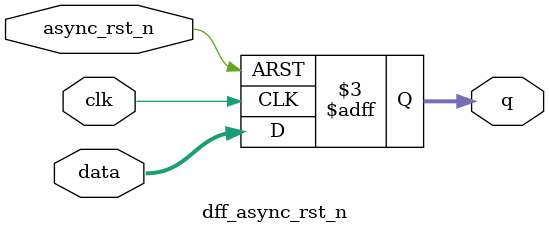
<source format=sv>
module dff_async_rst_n
#(
    parameter int unsigned WIDTH = 4
)
(
    input logic clk,
    input logic async_rst_n,

    input logic [WIDTH-1:0] data,

    output logic [WIDTH-1:0] q
);

always_ff @(posedge clk, negedge async_rst_n)
begin
    if(!async_rst_n)
        q <= {WIDTH{1'b0}};
    else
        q <= data;
end

endmodule
</source>
